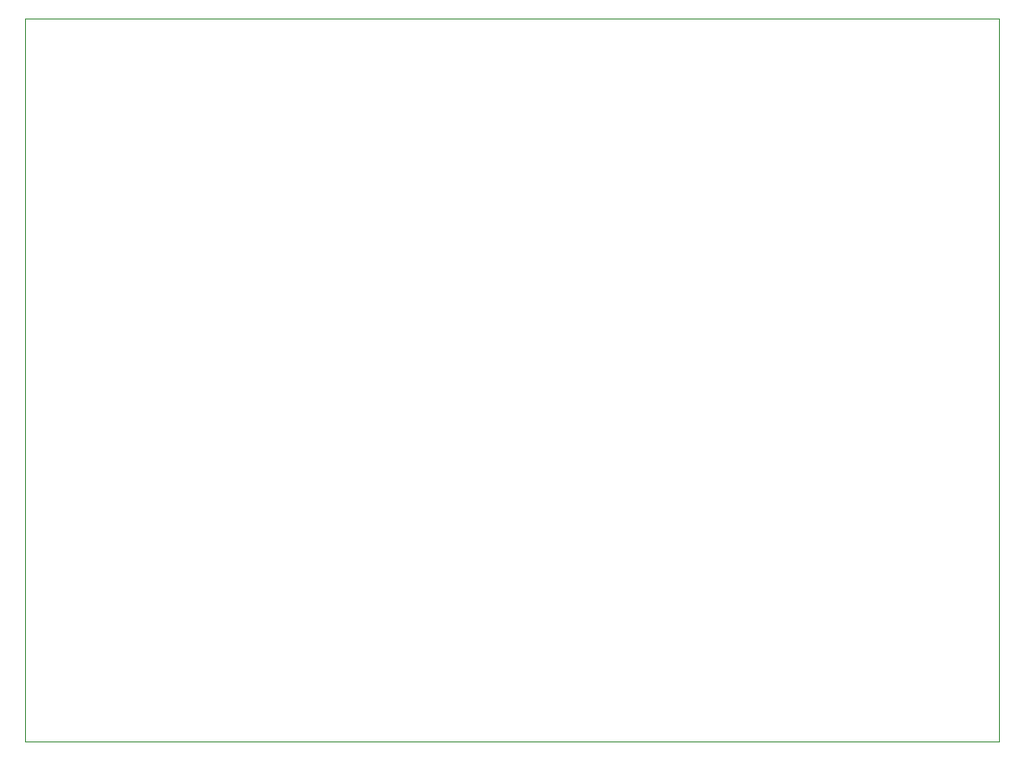
<source format=gbr>
%TF.GenerationSoftware,KiCad,Pcbnew,(5.99.0-3636-gf745036d8)*%
%TF.CreationDate,2020-10-30T20:07:45-04:00*%
%TF.ProjectId,waxMelter,7761784d-656c-4746-9572-2e6b69636164,rev?*%
%TF.SameCoordinates,Original*%
%TF.FileFunction,Profile,NP*%
%FSLAX46Y46*%
G04 Gerber Fmt 4.6, Leading zero omitted, Abs format (unit mm)*
G04 Created by KiCad (PCBNEW (5.99.0-3636-gf745036d8)) date 2020-10-30 20:07:45*
%MOMM*%
%LPD*%
G01*
G04 APERTURE LIST*
%TA.AperFunction,Profile*%
%ADD10C,0.100000*%
%TD*%
G04 APERTURE END LIST*
D10*
X50800000Y-54610000D02*
X139700000Y-54610000D01*
X139700000Y-54610000D02*
X139700000Y-120650000D01*
X139700000Y-120650000D02*
X50800000Y-120650000D01*
X50800000Y-120650000D02*
X50800000Y-54610000D01*
M02*

</source>
